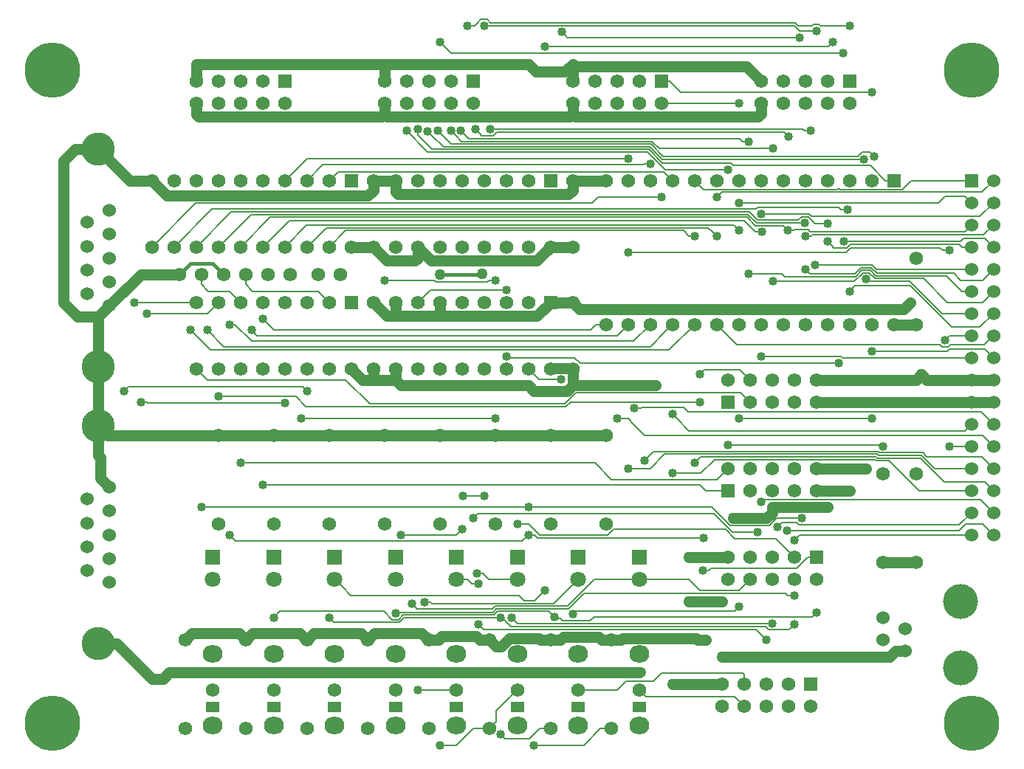
<source format=gbr>
G04 #@! TF.GenerationSoftware,KiCad,Pcbnew,(5.1.0-1546-g4fcfd266e)*
G04 #@! TF.CreationDate,2019-09-02T12:58:35-07:00*
G04 #@! TF.ProjectId,300-1006,3330302d-3130-4303-962e-6b696361645f,rev?*
G04 #@! TF.SameCoordinates,Original*
G04 #@! TF.FileFunction,Copper,L1,Top*
G04 #@! TF.FilePolarity,Positive*
%FSLAX46Y46*%
G04 Gerber Fmt 4.6, Leading zero omitted, Abs format (unit mm)*
G04 Created by KiCad (PCBNEW (5.1.0-1546-g4fcfd266e)) date 2019-09-02 12:58:35*
%MOMM*%
%LPD*%
G04 APERTURE LIST*
%ADD10C,1.574800*%
%ADD11R,1.574800X1.574800*%
%ADD12C,6.350000*%
%ADD13C,1.524000*%
%ADD14R,1.524000X1.524000*%
%ADD15O,2.286000X2.000000*%
%ADD16O,1.574800X1.200000*%
%ADD17R,1.574800X1.200000*%
%ADD18C,4.000000*%
%ADD19C,3.810000*%
%ADD20C,1.800000*%
%ADD21R,1.800000X1.800000*%
%ADD22C,1.016000*%
%ADD23C,1.270000*%
%ADD24C,0.152400*%
%ADD25C,1.270000*%
%ADD26C,0.381000*%
G04 APERTURE END LIST*
D10*
X73660000Y-115570000D03*
X73660000Y-123190000D03*
X100965000Y-154305000D03*
X100965000Y-164465000D03*
X93980000Y-154305000D03*
X93980000Y-164465000D03*
X86995000Y-154305000D03*
X86995000Y-164465000D03*
X80010000Y-154305000D03*
X80010000Y-164465000D03*
X73025000Y-154305000D03*
X73025000Y-164465000D03*
X66040000Y-154305000D03*
X66040000Y-164465000D03*
X59055000Y-154305000D03*
X59055000Y-164465000D03*
X52070000Y-154305000D03*
X52070000Y-164465000D03*
X113665000Y-161925000D03*
X113665000Y-159385000D03*
X116205000Y-161925000D03*
X116205000Y-159385000D03*
X118745000Y-161925000D03*
X118745000Y-159385000D03*
X121285000Y-161925000D03*
X121285000Y-159385000D03*
X123825000Y-161925000D03*
D11*
X123825000Y-159385000D03*
D10*
X114300000Y-147320000D03*
X114300000Y-144780000D03*
X116840000Y-147320000D03*
X116840000Y-144780000D03*
X119380000Y-147320000D03*
X119380000Y-144780000D03*
X121920000Y-147320000D03*
X121920000Y-144780000D03*
X124460000Y-147320000D03*
D11*
X124460000Y-144780000D03*
D10*
X56515000Y-112395000D03*
X59055000Y-112395000D03*
D12*
X36830000Y-163830000D03*
X142240000Y-163830000D03*
X36830000Y-88900000D03*
X142240000Y-88900000D03*
D10*
X135890000Y-110490000D03*
X135890000Y-118110000D03*
X96520000Y-101600000D03*
X96520000Y-109220000D03*
X73660000Y-101600000D03*
X73660000Y-109220000D03*
X96520000Y-115570000D03*
X96520000Y-123190000D03*
D13*
X144780000Y-142240000D03*
X142240000Y-142240000D03*
X144780000Y-139700000D03*
X142240000Y-139700000D03*
X144780000Y-137160000D03*
X142240000Y-137160000D03*
X144780000Y-134620000D03*
X142240000Y-134620000D03*
X144780000Y-132080000D03*
X142240000Y-132080000D03*
X144780000Y-129540000D03*
X142240000Y-129540000D03*
X144780000Y-127000000D03*
X142240000Y-127000000D03*
X144780000Y-124460000D03*
X142240000Y-124460000D03*
X144780000Y-121920000D03*
X142240000Y-121920000D03*
X144780000Y-119380000D03*
X142240000Y-119380000D03*
X144780000Y-116840000D03*
X142240000Y-116840000D03*
X144780000Y-114300000D03*
X142240000Y-114300000D03*
X144780000Y-111760000D03*
X142240000Y-111760000D03*
X144780000Y-109220000D03*
X142240000Y-109220000D03*
X144780000Y-106680000D03*
X142240000Y-106680000D03*
X144780000Y-104140000D03*
X142240000Y-104140000D03*
X144780000Y-101600000D03*
D14*
X142240000Y-101600000D03*
D10*
X100330000Y-101600000D03*
X100330000Y-118110000D03*
X102870000Y-101600000D03*
X102870000Y-118110000D03*
X105410000Y-101600000D03*
X105410000Y-118110000D03*
X107950000Y-101600000D03*
X107950000Y-118110000D03*
X110490000Y-101600000D03*
X110490000Y-118110000D03*
X113030000Y-101600000D03*
X113030000Y-118110000D03*
X115570000Y-101600000D03*
X115570000Y-118110000D03*
X118110000Y-101600000D03*
X118110000Y-118110000D03*
X120650000Y-101600000D03*
X120650000Y-118110000D03*
X123190000Y-101600000D03*
X123190000Y-118110000D03*
X125730000Y-101600000D03*
X125730000Y-118110000D03*
X128270000Y-101600000D03*
X128270000Y-118110000D03*
X130810000Y-101600000D03*
X130810000Y-118110000D03*
D11*
X133350000Y-101600000D03*
D10*
X133350000Y-118110000D03*
X76200000Y-115570000D03*
X76200000Y-123190000D03*
X78740000Y-115570000D03*
X78740000Y-123190000D03*
X81280000Y-115570000D03*
X81280000Y-123190000D03*
X83820000Y-115570000D03*
X83820000Y-123190000D03*
X86360000Y-115570000D03*
X86360000Y-123190000D03*
X88900000Y-115570000D03*
X88900000Y-123190000D03*
X91440000Y-115570000D03*
X91440000Y-123190000D03*
D11*
X93980000Y-115570000D03*
D10*
X93980000Y-123190000D03*
X53340000Y-115570000D03*
X53340000Y-123190000D03*
X55880000Y-115570000D03*
X55880000Y-123190000D03*
X58420000Y-115570000D03*
X58420000Y-123190000D03*
X60960000Y-115570000D03*
X60960000Y-123190000D03*
X63500000Y-115570000D03*
X63500000Y-123190000D03*
X66040000Y-115570000D03*
X66040000Y-123190000D03*
X68580000Y-115570000D03*
X68580000Y-123190000D03*
D11*
X71120000Y-115570000D03*
D10*
X71120000Y-123190000D03*
X76200000Y-101600000D03*
X76200000Y-109220000D03*
X78740000Y-101600000D03*
X78740000Y-109220000D03*
X81280000Y-101600000D03*
X81280000Y-109220000D03*
X83820000Y-101600000D03*
X83820000Y-109220000D03*
X86360000Y-101600000D03*
X86360000Y-109220000D03*
X88900000Y-101600000D03*
X88900000Y-109220000D03*
X91440000Y-101600000D03*
X91440000Y-109220000D03*
D11*
X93980000Y-101600000D03*
D10*
X93980000Y-109220000D03*
X48260000Y-101600000D03*
X48260000Y-109220000D03*
X50800000Y-101600000D03*
X50800000Y-109220000D03*
X53340000Y-101600000D03*
X53340000Y-109220000D03*
X55880000Y-101600000D03*
X55880000Y-109220000D03*
X58420000Y-101600000D03*
X58420000Y-109220000D03*
X60960000Y-101600000D03*
X60960000Y-109220000D03*
X63500000Y-101600000D03*
X63500000Y-109220000D03*
X66040000Y-101600000D03*
X66040000Y-109220000D03*
X68580000Y-101600000D03*
X68580000Y-109220000D03*
D11*
X71120000Y-101600000D03*
D10*
X71120000Y-109220000D03*
D15*
X104140000Y-155905200D03*
X104140000Y-164134800D03*
D16*
X104140000Y-158013400D03*
D10*
X104140000Y-160020000D03*
D17*
X104140000Y-162026600D03*
D15*
X97155000Y-155905200D03*
X97155000Y-164134800D03*
D16*
X97155000Y-158013400D03*
D10*
X97155000Y-160020000D03*
D17*
X97155000Y-162026600D03*
D15*
X90170000Y-155905200D03*
X90170000Y-164134800D03*
D16*
X90170000Y-158013400D03*
D10*
X90170000Y-160020000D03*
D17*
X90170000Y-162026600D03*
D15*
X83185000Y-155905200D03*
X83185000Y-164134800D03*
D16*
X83185000Y-158013400D03*
D10*
X83185000Y-160020000D03*
D17*
X83185000Y-162026600D03*
D15*
X76200000Y-155905200D03*
X76200000Y-164134800D03*
D16*
X76200000Y-158013400D03*
D10*
X76200000Y-160020000D03*
D17*
X76200000Y-162026600D03*
D15*
X69215000Y-155905200D03*
X69215000Y-164134800D03*
D16*
X69215000Y-158013400D03*
D10*
X69215000Y-160020000D03*
D17*
X69215000Y-162026600D03*
D15*
X62230000Y-155905200D03*
X62230000Y-164134800D03*
D16*
X62230000Y-158013400D03*
D10*
X62230000Y-160020000D03*
D17*
X62230000Y-162026600D03*
D15*
X55245000Y-155905200D03*
X55245000Y-164134800D03*
D16*
X55245000Y-158013400D03*
D10*
X55245000Y-160020000D03*
D17*
X55245000Y-162026600D03*
D10*
X100330000Y-130810000D03*
X100330000Y-140970000D03*
X93980000Y-130810000D03*
X93980000Y-140970000D03*
X87630000Y-130810000D03*
X87630000Y-140970000D03*
X81280000Y-130810000D03*
X81280000Y-140970000D03*
X74930000Y-130810000D03*
X74930000Y-140970000D03*
X68580000Y-130810000D03*
X68580000Y-140970000D03*
X62230000Y-130810000D03*
X62230000Y-140970000D03*
X55880000Y-130810000D03*
X55880000Y-140970000D03*
X135890000Y-135255000D03*
X135890000Y-145415000D03*
X132080000Y-135255000D03*
X132080000Y-145415000D03*
X124460000Y-134620000D03*
X124460000Y-137160000D03*
X121920000Y-134620000D03*
X121920000Y-137160000D03*
X119380000Y-134620000D03*
X119380000Y-137160000D03*
X116840000Y-134620000D03*
X116840000Y-137160000D03*
X114300000Y-134620000D03*
D11*
X114300000Y-137160000D03*
D10*
X124460000Y-124460000D03*
X124460000Y-127000000D03*
X121920000Y-124460000D03*
X121920000Y-127000000D03*
X119380000Y-124460000D03*
X119380000Y-127000000D03*
X116840000Y-124460000D03*
X116840000Y-127000000D03*
X114300000Y-124460000D03*
D11*
X114300000Y-127000000D03*
D10*
X118110000Y-92710000D03*
X118110000Y-90170000D03*
X120650000Y-92710000D03*
X120650000Y-90170000D03*
X123190000Y-92710000D03*
X123190000Y-90170000D03*
X125730000Y-92710000D03*
X125730000Y-90170000D03*
X128270000Y-92710000D03*
D11*
X128270000Y-90170000D03*
D10*
X96520000Y-92710000D03*
X96520000Y-90170000D03*
X99060000Y-92710000D03*
X99060000Y-90170000D03*
X101600000Y-92710000D03*
X101600000Y-90170000D03*
X104140000Y-92710000D03*
X104140000Y-90170000D03*
X106680000Y-92710000D03*
D11*
X106680000Y-90170000D03*
D10*
X74930000Y-92710000D03*
X74930000Y-90170000D03*
X77470000Y-92710000D03*
X77470000Y-90170000D03*
X80010000Y-92710000D03*
X80010000Y-90170000D03*
X82550000Y-92710000D03*
X82550000Y-90170000D03*
X85090000Y-92710000D03*
D11*
X85090000Y-90170000D03*
D10*
X53340000Y-92710000D03*
X53340000Y-90170000D03*
X55880000Y-92710000D03*
X55880000Y-90170000D03*
X58420000Y-92710000D03*
X58420000Y-90170000D03*
X60960000Y-92710000D03*
X60960000Y-90170000D03*
X63500000Y-92710000D03*
D11*
X63500000Y-90170000D03*
D13*
X134620000Y-155575000D03*
X132080000Y-154305000D03*
X134620000Y-153035000D03*
X132080000Y-151765000D03*
D18*
X140970000Y-149860000D03*
X140970000Y-157480000D03*
D19*
X42150000Y-129740000D03*
X42150000Y-154740000D03*
D13*
X40880000Y-138130000D03*
X40880000Y-140870000D03*
X40880000Y-143610000D03*
X40880000Y-146350000D03*
X43420000Y-136760000D03*
X43420000Y-139500000D03*
X43420000Y-142240000D03*
X43420000Y-144980000D03*
X43420000Y-147720000D03*
D19*
X42150000Y-97990000D03*
X42150000Y-122990000D03*
D13*
X40880000Y-106380000D03*
X40880000Y-109120000D03*
X40880000Y-111860000D03*
X40880000Y-114600000D03*
X43420000Y-105010000D03*
X43420000Y-107750000D03*
X43420000Y-110490000D03*
X43420000Y-113230000D03*
X43420000Y-115970000D03*
D20*
X104140000Y-147320000D03*
D21*
X104140000Y-144780000D03*
D20*
X97155000Y-147320000D03*
D21*
X97155000Y-144780000D03*
D20*
X90170000Y-147320000D03*
D21*
X90170000Y-144780000D03*
D20*
X83185000Y-147320000D03*
D21*
X83185000Y-144780000D03*
D20*
X76200000Y-147320000D03*
D21*
X76200000Y-144780000D03*
D20*
X69215000Y-147320000D03*
D21*
X69215000Y-144780000D03*
D20*
X62230000Y-147320000D03*
D21*
X62230000Y-144780000D03*
D20*
X55245000Y-147320000D03*
D21*
X55245000Y-144780000D03*
D10*
X61595000Y-112395000D03*
X64135000Y-112395000D03*
X53975000Y-112395000D03*
X51435000Y-112395000D03*
X67310000Y-112395000D03*
X69850000Y-112395000D03*
D22*
X88900000Y-121742197D03*
X118110000Y-121818390D03*
X127000000Y-122555000D03*
X68580000Y-151765000D03*
X85725000Y-152501610D03*
X118745000Y-154305000D03*
X78740000Y-160020000D03*
X81280000Y-166370000D03*
X88289953Y-165112476D03*
X86360000Y-137795000D03*
X92075000Y-166370000D03*
X91440000Y-142240000D03*
D23*
X81280000Y-112395000D03*
D22*
X88900000Y-114122197D03*
X78763970Y-95689388D03*
X79909794Y-95918020D03*
X83718390Y-95884299D03*
X82550237Y-95908903D03*
X81077025Y-95865519D03*
X84455000Y-83820000D03*
X95250000Y-84556610D03*
X122532412Y-85191264D03*
X124460000Y-84455000D03*
X128270000Y-83820000D03*
X127533390Y-86995000D03*
X81280000Y-85725000D03*
X93345000Y-86258390D03*
X126365000Y-85725000D03*
X87051822Y-95706405D03*
X86360000Y-83820000D03*
X52705000Y-118745000D03*
X54610000Y-118745000D03*
X57150000Y-118110000D03*
X59690000Y-118745000D03*
X60960000Y-117475000D03*
X102870000Y-99060000D03*
X105410000Y-99695000D03*
X110490000Y-133985000D03*
X102870000Y-134620000D03*
X139700000Y-132080000D03*
X102870000Y-109855000D03*
X91440000Y-139065000D03*
X106680000Y-103505000D03*
X110490000Y-107950000D03*
X113030000Y-107950000D03*
X115570000Y-107315000D03*
X123825000Y-95885000D03*
X121285000Y-96520000D03*
X121183390Y-107315000D03*
X85344167Y-95732443D03*
X119519013Y-97930156D03*
X77470000Y-95885000D03*
X114300000Y-100330000D03*
X85549422Y-146695037D03*
X85702412Y-147853390D03*
X93345000Y-148590000D03*
X79552124Y-149961610D03*
X62230000Y-151765000D03*
X57150000Y-142240000D03*
X115570000Y-92710000D03*
X116738390Y-97155000D03*
X130810000Y-91440000D03*
X131089391Y-98867875D03*
X129955956Y-99151574D03*
X113030000Y-103505000D03*
X115570000Y-104140000D03*
X128042679Y-104952789D03*
X118110000Y-105410000D03*
X118202632Y-107492834D03*
X125730000Y-106578390D03*
X123190000Y-107950000D03*
X125730000Y-108585000D03*
X127635000Y-108585000D03*
X139700000Y-109626421D03*
X135255000Y-115570000D03*
X124332999Y-111252001D03*
X123190000Y-111760000D03*
X116738390Y-112293390D03*
X119519013Y-113169013D03*
X130175000Y-112928390D03*
X128270000Y-114300000D03*
X130810000Y-121183390D03*
X107950000Y-128371610D03*
X101600000Y-128905000D03*
X66040000Y-125730000D03*
X45085000Y-125730000D03*
X46990000Y-127000000D03*
X46253390Y-115570000D03*
X47726610Y-116840000D03*
X58420000Y-133985000D03*
X107950000Y-135153390D03*
X60960000Y-136525000D03*
X55880000Y-126365000D03*
X63500000Y-127101610D03*
X111125000Y-127000000D03*
X103606610Y-127736610D03*
X111125000Y-123825000D03*
X114300000Y-131952956D03*
X132080000Y-132080000D03*
X115570000Y-128905000D03*
X130810000Y-128905000D03*
X118110000Y-138430000D03*
X121920000Y-142875000D03*
X124460000Y-151130000D03*
X90170000Y-140970000D03*
X85090000Y-140335000D03*
X121920000Y-152501610D03*
X121920000Y-149225000D03*
X74930000Y-113030000D03*
D23*
X86129585Y-112273429D03*
D22*
X87630000Y-113030000D03*
X115570000Y-150495000D03*
X119380000Y-152400000D03*
X89535000Y-151765000D03*
X94423808Y-151663390D03*
X96520000Y-151358579D03*
X83921610Y-137795000D03*
X83820000Y-141605000D03*
X76835000Y-142240000D03*
X78065211Y-150160468D03*
X76200000Y-151231610D03*
X95224590Y-124434087D03*
D23*
X130175000Y-134620000D03*
X113665000Y-156210000D03*
X111760000Y-154305000D03*
X113665000Y-149860000D03*
X109855000Y-149860000D03*
X109855000Y-144780000D03*
D22*
X139242820Y-119946116D03*
D23*
X137795000Y-127000000D03*
X136525000Y-123847909D03*
X125730000Y-139065000D03*
D22*
X122810089Y-140360410D03*
X119984170Y-141358884D03*
X121079837Y-141764717D03*
X117742375Y-141935212D03*
D23*
X114935000Y-140335000D03*
D22*
X111429789Y-146348782D03*
X87630000Y-128905000D03*
X65405000Y-128905000D03*
X53975000Y-139065000D03*
D23*
X106045000Y-125095000D03*
D22*
X104749590Y-133729911D03*
X111546679Y-142588666D03*
X88265000Y-151765000D03*
D23*
X128270000Y-137160000D03*
X128270000Y-127000000D03*
X107950000Y-159385000D03*
X128270000Y-156210000D03*
D22*
X123178294Y-106476788D03*
D24*
X89077803Y-121920000D02*
X88900000Y-121742197D01*
X96753682Y-121920000D02*
X89077803Y-121920000D01*
X107594405Y-121005595D02*
X54965595Y-121005595D01*
X110490000Y-118110000D02*
X107594405Y-121005595D01*
X53212999Y-119252999D02*
X52705000Y-118745000D01*
X54965595Y-121005595D02*
X53212999Y-119252999D01*
X142240000Y-121920000D02*
X127455170Y-121920000D01*
X97388682Y-122555000D02*
X96753682Y-121920000D01*
X127455170Y-121920000D02*
X127353560Y-121818390D01*
X118828420Y-121818390D02*
X118110000Y-121818390D01*
X127353560Y-121818390D02*
X118828420Y-121818390D01*
X127000000Y-122555000D02*
X97388682Y-122555000D01*
D25*
X87782399Y-155092399D02*
X88312022Y-155092399D01*
X89286631Y-154117790D02*
X92679239Y-154117790D01*
X88312022Y-155092399D02*
X89286631Y-154117790D01*
X86995000Y-154305000D02*
X87782399Y-155092399D01*
X92866449Y-154305000D02*
X93980000Y-154305000D01*
X81123551Y-154305000D02*
X81529940Y-153898611D01*
X85881449Y-154305000D02*
X86995000Y-154305000D01*
X81529940Y-153898611D02*
X85475060Y-153898611D01*
X85475060Y-153898611D02*
X85881449Y-154305000D01*
X80010000Y-154305000D02*
X81123551Y-154305000D01*
X92679239Y-154117790D02*
X92866449Y-154305000D01*
D24*
X101600000Y-160020000D02*
X97155000Y-160020000D01*
X102616001Y-159003999D02*
X101600000Y-160020000D01*
X106680000Y-158115000D02*
X105791001Y-159003999D01*
X105791001Y-159003999D02*
X102616001Y-159003999D01*
X116048551Y-158115000D02*
X106680000Y-158115000D01*
X116205000Y-159385000D02*
X116205000Y-158271449D01*
X116205000Y-158271449D02*
X116048551Y-158115000D01*
D25*
X76200000Y-124460000D02*
X76200000Y-123190000D01*
X73660000Y-124460000D02*
X76200000Y-124460000D01*
X73660000Y-124460000D02*
X73660000Y-123190000D01*
D24*
X83185000Y-160020000D02*
X78740000Y-160020000D01*
X86995000Y-164465000D02*
X87782399Y-163677601D01*
X87782399Y-163677601D02*
X87782399Y-162407601D01*
X87782399Y-162407601D02*
X89382601Y-160807399D01*
X89382601Y-160807399D02*
X90170000Y-160020000D01*
X83185000Y-166370000D02*
X85090000Y-164465000D01*
X85090000Y-164465000D02*
X86995000Y-164465000D01*
X81280000Y-166370000D02*
X83185000Y-166370000D01*
X91554525Y-165620475D02*
X92710000Y-164465000D01*
X92710000Y-164465000D02*
X93980000Y-164465000D01*
X88289953Y-165112476D02*
X88797952Y-165620475D01*
X88797952Y-165620475D02*
X91554525Y-165620475D01*
X99695000Y-164465000D02*
X100965000Y-164465000D01*
X97790000Y-166370000D02*
X99695000Y-164465000D01*
X92075000Y-166370000D02*
X97790000Y-166370000D01*
X93345000Y-148590000D02*
X92161835Y-149773165D01*
X71090972Y-149195972D02*
X70114999Y-148219999D01*
X70114999Y-148219999D02*
X69215000Y-147320000D01*
X92161835Y-149773165D02*
X90984820Y-149773166D01*
X90407626Y-149195972D02*
X71090972Y-149195972D01*
X90984820Y-149773166D02*
X90407626Y-149195972D01*
D25*
X80975199Y-117144801D02*
X92405199Y-117144801D01*
X76504801Y-117144801D02*
X80975199Y-117144801D01*
X81280000Y-115570000D02*
X81280000Y-116840000D01*
X81280000Y-116840000D02*
X80975199Y-117144801D01*
D24*
X80187803Y-114122197D02*
X88900000Y-114122197D01*
X78740000Y-115570000D02*
X80187803Y-114122197D01*
X116738390Y-97155000D02*
X116019970Y-97155000D01*
X81585024Y-96373518D02*
X81077025Y-95865519D01*
X105507338Y-97408965D02*
X82620471Y-97408965D01*
X81705550Y-97713776D02*
X80417793Y-96426019D01*
X106459595Y-97930156D02*
X105633593Y-97104154D01*
X84633434Y-96799343D02*
X84226389Y-96392298D01*
X105633593Y-97104154D02*
X83745488Y-97104154D01*
X80417793Y-96426019D02*
X79909794Y-95918020D01*
X83745488Y-97104154D02*
X83058236Y-96416902D01*
X130698376Y-99888176D02*
X114948348Y-99888176D01*
X114653570Y-99593398D02*
X106829637Y-99593398D01*
X129955956Y-99151574D02*
X106818880Y-99151574D01*
X105254826Y-98018587D02*
X80374749Y-98018587D01*
X131089391Y-98867875D02*
X130581392Y-98359876D01*
X78763970Y-96407808D02*
X78763970Y-95689388D01*
X129259964Y-98805842D02*
X106904215Y-98805842D01*
X132410200Y-101600000D02*
X130698376Y-99888176D01*
X119519013Y-97930156D02*
X106459595Y-97930156D01*
X133350000Y-101600000D02*
X132410200Y-101600000D01*
X106818880Y-99151574D02*
X105381082Y-97713776D01*
X105381082Y-97713776D02*
X81705550Y-97713776D01*
X114948348Y-99888176D02*
X114653570Y-99593398D01*
X106904215Y-98805842D02*
X105507338Y-97408965D01*
X83058236Y-96416902D02*
X82550237Y-95908903D01*
X130581392Y-98359876D02*
X129705930Y-98359876D01*
X116019970Y-97155000D02*
X115664313Y-96799343D01*
X84226389Y-96392298D02*
X83718390Y-95884299D01*
X80374749Y-98018587D02*
X78763970Y-96407808D01*
X115664313Y-96799343D02*
X84633434Y-96799343D01*
X106829637Y-99593398D02*
X105254826Y-98018587D01*
X129705930Y-98359876D02*
X129259964Y-98805842D01*
X82620471Y-97408965D02*
X81585024Y-96373518D01*
X85269830Y-83820000D02*
X84455000Y-83820000D01*
X85623399Y-83466431D02*
X85269830Y-83820000D01*
X124813569Y-83718399D02*
X124106431Y-83718399D01*
X124004830Y-83820000D02*
X122351066Y-83820000D01*
X86713569Y-83083399D02*
X86006431Y-83083399D01*
X128270000Y-83820000D02*
X124915170Y-83820000D01*
X122351066Y-83820000D02*
X122046256Y-83515190D01*
X124106431Y-83718399D02*
X124004830Y-83820000D01*
X124915170Y-83820000D02*
X124813569Y-83718399D01*
X122046256Y-83515190D02*
X87096601Y-83515190D01*
X87096601Y-83515190D02*
X87096601Y-83466431D01*
X87096601Y-83466431D02*
X86713569Y-83083399D01*
X86006431Y-83083399D02*
X85623399Y-83466431D01*
X122532412Y-85191264D02*
X95884654Y-85191264D01*
X95884654Y-85191264D02*
X95757999Y-85064609D01*
X95757999Y-85064609D02*
X95250000Y-84556610D01*
X121920000Y-83820000D02*
X86360000Y-83820000D01*
X122555000Y-84455000D02*
X121920000Y-83820000D01*
X124460000Y-84455000D02*
X122555000Y-84455000D01*
X82550000Y-86995000D02*
X126814970Y-86995000D01*
X126814970Y-86995000D02*
X127533390Y-86995000D01*
X81280000Y-85725000D02*
X82550000Y-86995000D01*
D25*
X117322601Y-89382601D02*
X118110000Y-90170000D01*
X96748610Y-88493610D02*
X116433610Y-88493610D01*
X96520000Y-88265000D02*
X96748610Y-88493610D01*
X74930000Y-88265000D02*
X91488670Y-88265000D01*
X91488670Y-88265000D02*
X92352280Y-89128610D01*
X95656390Y-89128610D02*
X96520000Y-88265000D01*
X92352280Y-89128610D02*
X95656390Y-89128610D01*
D24*
X94063420Y-86258390D02*
X93345000Y-86258390D01*
X126365000Y-85725000D02*
X125831610Y-86258390D01*
X125831610Y-86258390D02*
X94063420Y-86258390D01*
D25*
X116433610Y-88493610D02*
X117322601Y-89382601D01*
D24*
X87836396Y-96012001D02*
X87405391Y-96443006D01*
X86054730Y-96443006D02*
X85852166Y-96240442D01*
X87770242Y-95706405D02*
X87051822Y-95706405D01*
X122927985Y-95706405D02*
X87770242Y-95706405D01*
X123825000Y-95885000D02*
X123106580Y-95885000D01*
X123106580Y-95885000D02*
X122927985Y-95706405D01*
X85852166Y-96240442D02*
X85344167Y-95732443D01*
X87405391Y-96443006D02*
X86054730Y-96443006D01*
X121285000Y-96520000D02*
X120777001Y-96012001D01*
X120777001Y-96012001D02*
X87836396Y-96012001D01*
X56515000Y-120650000D02*
X54610000Y-118745000D01*
X105410000Y-120650000D02*
X56515000Y-120650000D01*
X107162601Y-118897399D02*
X105410000Y-120650000D01*
X107950000Y-118110000D02*
X107162601Y-118897399D01*
X57785000Y-118110000D02*
X57150000Y-118110000D01*
X59690000Y-120015000D02*
X57785000Y-118110000D01*
X103505000Y-120015000D02*
X59690000Y-120015000D01*
X105410000Y-118110000D02*
X103505000Y-120015000D01*
X60325000Y-119380000D02*
X59690000Y-118745000D01*
X97790000Y-119380000D02*
X60325000Y-119380000D01*
X101600000Y-119380000D02*
X97790000Y-119380000D01*
X102870000Y-118110000D02*
X101600000Y-119380000D01*
X62230000Y-118745000D02*
X60960000Y-117475000D01*
X98581449Y-118745000D02*
X62230000Y-118745000D01*
X100330000Y-118110000D02*
X99216449Y-118110000D01*
X99216449Y-118110000D02*
X98581449Y-118745000D01*
X77470000Y-95885000D02*
X79908398Y-98323398D01*
X105128570Y-98323398D02*
X107135172Y-100330000D01*
X107135172Y-100330000D02*
X113581580Y-100330000D01*
X66040000Y-101600000D02*
X67843398Y-99796602D01*
X79908398Y-98323398D02*
X105128570Y-98323398D01*
X67843398Y-99796602D02*
X104589978Y-99796602D01*
X104691580Y-99695000D02*
X105410000Y-99695000D01*
X66040000Y-99060000D02*
X102870000Y-99060000D01*
X104589978Y-99796602D02*
X104691580Y-99695000D01*
X113581580Y-100330000D02*
X114300000Y-100330000D01*
X63500000Y-101600000D02*
X66040000Y-99060000D01*
X68580000Y-101600000D02*
X69596001Y-100583999D01*
X69596001Y-100583999D02*
X106933999Y-100583999D01*
X106933999Y-100583999D02*
X107162601Y-100812601D01*
X107162601Y-100812601D02*
X107950000Y-101600000D01*
D25*
X144780000Y-124460000D02*
X142240000Y-124460000D01*
X144780000Y-127000000D02*
X142240000Y-127000000D01*
D24*
X139700000Y-132080000D02*
X142240000Y-132080000D01*
D25*
X75234801Y-117144801D02*
X76504801Y-117144801D01*
X76200000Y-115570000D02*
X76200000Y-116840000D01*
X76200000Y-116840000D02*
X76504801Y-117144801D01*
D24*
X99421466Y-103505000D02*
X105961580Y-103505000D01*
X48260000Y-109220000D02*
X53289242Y-104190758D01*
X105961580Y-103505000D02*
X106680000Y-103505000D01*
X98735708Y-104190758D02*
X99421466Y-103505000D01*
X53289242Y-104190758D02*
X98735708Y-104190758D01*
X109855000Y-107950000D02*
X110490000Y-107950000D01*
X109220000Y-107315000D02*
X109855000Y-107950000D01*
X66014622Y-106705378D02*
X114960378Y-106705378D01*
X114960378Y-106705378D02*
X115062001Y-106807001D01*
X63500000Y-109220000D02*
X66014622Y-106705378D01*
X112522001Y-107442001D02*
X113030000Y-107950000D01*
X115062001Y-106807001D02*
X115570000Y-107315000D01*
X112090189Y-107010189D02*
X112522001Y-107442001D01*
X68249811Y-107010189D02*
X112090189Y-107010189D01*
X66040000Y-109220000D02*
X68249811Y-107010189D01*
X70485000Y-107315000D02*
X109220000Y-107315000D01*
X68580000Y-109220000D02*
X70485000Y-107315000D01*
D25*
X49987147Y-103327147D02*
X73046404Y-103327147D01*
X73046404Y-103327147D02*
X73660000Y-102713551D01*
X48260000Y-101600000D02*
X49987147Y-103327147D01*
X73660000Y-102713551D02*
X73660000Y-101600000D01*
X73660000Y-101600000D02*
X76200000Y-101600000D01*
X76200000Y-101600000D02*
X76200000Y-102870000D01*
X96520000Y-102713551D02*
X96520000Y-101600000D01*
X96058750Y-103174801D02*
X96520000Y-102713551D01*
X76504801Y-103174801D02*
X96058750Y-103174801D01*
X76200000Y-102870000D02*
X76504801Y-103174801D01*
X96520000Y-101600000D02*
X100330000Y-101600000D01*
X133350000Y-118110000D02*
X135890000Y-118110000D01*
X92405199Y-117144801D02*
X93980000Y-115570000D01*
X73660000Y-115570000D02*
X75234801Y-117144801D01*
X93980000Y-115570000D02*
X96520000Y-115570000D01*
X71120000Y-109220000D02*
X73660000Y-109220000D01*
X75234801Y-110794801D02*
X78435199Y-110794801D01*
X73660000Y-109220000D02*
X75234801Y-110794801D01*
X78740000Y-110490000D02*
X78740000Y-109220000D01*
X78435199Y-110794801D02*
X78740000Y-110490000D01*
X93192601Y-110007399D02*
X93980000Y-109220000D01*
X92405199Y-110794801D02*
X93192601Y-110007399D01*
X80314801Y-110794801D02*
X92405199Y-110794801D01*
X78740000Y-109220000D02*
X80314801Y-110794801D01*
X93980000Y-109220000D02*
X96520000Y-109220000D01*
X55880000Y-130810000D02*
X62230000Y-130810000D01*
X62230000Y-130810000D02*
X68580000Y-130810000D01*
X68580000Y-130810000D02*
X74930000Y-130810000D01*
X74930000Y-130810000D02*
X81280000Y-130810000D01*
X81280000Y-130810000D02*
X87630000Y-130810000D01*
X87630000Y-130810000D02*
X93980000Y-130810000D01*
X93980000Y-130810000D02*
X100330000Y-130810000D01*
X58267601Y-153517601D02*
X59055000Y-154305000D01*
X52857399Y-153517601D02*
X58267601Y-153517601D01*
X52070000Y-154305000D02*
X52857399Y-153517601D01*
X65252601Y-153517601D02*
X66040000Y-154305000D01*
X59842399Y-153517601D02*
X65252601Y-153517601D01*
X59055000Y-154305000D02*
X59842399Y-153517601D01*
X72237601Y-153517601D02*
X73025000Y-154305000D01*
X66827399Y-153517601D02*
X72237601Y-153517601D01*
X66040000Y-154305000D02*
X66827399Y-153517601D01*
X79222601Y-153517601D02*
X80010000Y-154305000D01*
X73812399Y-153517601D02*
X79222601Y-153517601D01*
X73025000Y-154305000D02*
X73812399Y-153517601D01*
X55245000Y-158013400D02*
X62230000Y-158013400D01*
X62230000Y-158013400D02*
X69215000Y-158013400D01*
X69215000Y-158013400D02*
X76200000Y-158013400D01*
X76200000Y-158013400D02*
X83185000Y-158013400D01*
X83185000Y-158013400D02*
X90170000Y-158013400D01*
X90170000Y-158013400D02*
X97155000Y-158013400D01*
X97155000Y-158013400D02*
X104140000Y-158013400D01*
X42150000Y-154740000D02*
X44250000Y-154740000D01*
X44250000Y-154740000D02*
X48260000Y-158750000D01*
X48260000Y-158750000D02*
X49530000Y-158750000D01*
X50266600Y-158013400D02*
X55245000Y-158013400D01*
X49530000Y-158750000D02*
X50266600Y-158013400D01*
X42150000Y-129740000D02*
X42150000Y-133110000D01*
X42150000Y-133110000D02*
X42390000Y-133350000D01*
X42390000Y-135730000D02*
X43420000Y-136760000D01*
X42390000Y-133350000D02*
X42390000Y-135730000D01*
X42150000Y-129740000D02*
X42150000Y-122990000D01*
X42150000Y-117240000D02*
X43420000Y-115970000D01*
X42150000Y-122990000D02*
X42150000Y-117240000D01*
X132080000Y-145415000D02*
X135890000Y-145415000D01*
X74930000Y-90170000D02*
X74930000Y-88265000D01*
X74930000Y-88265000D02*
X53340000Y-88265000D01*
X53340000Y-88265000D02*
X53340000Y-90170000D01*
X53340000Y-92710000D02*
X53340000Y-93980000D01*
X53644801Y-94284801D02*
X74599801Y-94284801D01*
X53340000Y-93980000D02*
X53644801Y-94284801D01*
X74930000Y-93954602D02*
X74599801Y-94284801D01*
X74930000Y-92710000D02*
X74930000Y-93954602D01*
X74930000Y-93954602D02*
X74930000Y-93980000D01*
X75234801Y-94284801D02*
X96189801Y-94284801D01*
X74930000Y-93980000D02*
X75234801Y-94284801D01*
X96520000Y-93954602D02*
X96520000Y-92710000D01*
X96189801Y-94284801D02*
X96520000Y-93954602D01*
X96520000Y-88265000D02*
X96520000Y-90170000D01*
X96850199Y-94284801D02*
X117779801Y-94284801D01*
X96520000Y-93954602D02*
X96850199Y-94284801D01*
X118110000Y-93954602D02*
X118110000Y-92710000D01*
X117779801Y-94284801D02*
X118110000Y-93954602D01*
D24*
X83185000Y-147320000D02*
X84457792Y-147320000D01*
X86267842Y-146695037D02*
X85549422Y-146695037D01*
X84457792Y-147320000D02*
X84991182Y-147853390D01*
X90170000Y-147320000D02*
X86892805Y-147320000D01*
X86892805Y-147320000D02*
X86267842Y-146695037D01*
X84991182Y-147853390D02*
X85702412Y-147853390D01*
X59055000Y-113508551D02*
X59846449Y-114300000D01*
X59055000Y-112395000D02*
X59055000Y-113508551D01*
X67310000Y-114300000D02*
X68580000Y-115570000D01*
X59846449Y-114300000D02*
X67310000Y-114300000D01*
X53975000Y-113508551D02*
X54766449Y-114300000D01*
X53975000Y-112395000D02*
X53975000Y-113508551D01*
X54766449Y-114300000D02*
X57150000Y-114300000D01*
X57150000Y-114300000D02*
X58420000Y-115570000D01*
X106680000Y-92710000D02*
X115570000Y-92710000D01*
X108889800Y-91440000D02*
X130810000Y-91440000D01*
X106680000Y-90170000D02*
X107619800Y-90170000D01*
X107619800Y-90170000D02*
X108889800Y-91440000D01*
X142240000Y-101600000D02*
X135336282Y-101600000D01*
X135336282Y-101600000D02*
X134320281Y-102616001D01*
X127126257Y-102565191D02*
X126873743Y-102565191D01*
X126822933Y-102616001D02*
X111506001Y-102616001D01*
X111277399Y-102387399D02*
X110490000Y-101600000D01*
X111506001Y-102616001D02*
X111277399Y-102387399D01*
X126873743Y-102565191D02*
X126822933Y-102616001D01*
X127177067Y-102616001D02*
X127126257Y-102565191D01*
X134320281Y-102616001D02*
X127177067Y-102616001D01*
X141478001Y-103378001D02*
X139191999Y-103378001D01*
X142240000Y-104140000D02*
X141478001Y-103378001D01*
X138430000Y-104140000D02*
X115570000Y-104140000D01*
X113537999Y-102997001D02*
X113030000Y-103505000D01*
X113614188Y-102920812D02*
X113537999Y-102997001D01*
X139191999Y-103378001D02*
X138430000Y-104140000D01*
X144780000Y-101600000D02*
X143459188Y-102920812D01*
X143459188Y-102920812D02*
X113614188Y-102920812D01*
X120624614Y-106756224D02*
X120675391Y-106807001D01*
X120675391Y-106807001D02*
X121183390Y-107315000D01*
X58420000Y-109220000D02*
X61848965Y-105791035D01*
X117503918Y-106756224D02*
X120624614Y-106756224D01*
X50800000Y-109220000D02*
X55143398Y-104876602D01*
X117484212Y-107492834D02*
X118202632Y-107492834D01*
X127044868Y-104673398D02*
X127324259Y-104952789D01*
X116538729Y-105791035D02*
X117503918Y-106756224D01*
X127324259Y-104952789D02*
X128042679Y-104952789D01*
X117756430Y-104673398D02*
X127044868Y-104673398D01*
X117553226Y-104876602D02*
X117756430Y-104673398D01*
X55143398Y-104876602D02*
X117553226Y-104876602D01*
X116163379Y-106172001D02*
X117484212Y-107492834D01*
X61848965Y-105791035D02*
X116538729Y-105791035D01*
X60960000Y-109220000D02*
X64007999Y-106172001D01*
X64007999Y-106172001D02*
X116163379Y-106172001D01*
X123531863Y-105740187D02*
X124370066Y-106578390D01*
X142240000Y-106680000D02*
X141478001Y-107441999D01*
X141478001Y-107441999D02*
X123772171Y-107441999D01*
X123772171Y-107441999D02*
X123543570Y-107213398D01*
X123543570Y-107213398D02*
X122003412Y-107213398D01*
X122003412Y-107213398D02*
X121901810Y-107315000D01*
X121901810Y-107315000D02*
X121183390Y-107315000D01*
X55880000Y-109220000D02*
X59613776Y-105486224D01*
X116664985Y-105486224D02*
X117630174Y-106451413D01*
X117630174Y-106451413D02*
X122434499Y-106451413D01*
X125011580Y-106578390D02*
X125730000Y-106578390D01*
X144780000Y-104140000D02*
X143230601Y-105689399D01*
X117756430Y-106146602D02*
X122418310Y-106146602D01*
X57378587Y-105181413D02*
X116791241Y-105181413D01*
X59613776Y-105486224D02*
X116664985Y-105486224D01*
X118828420Y-105410000D02*
X118110000Y-105410000D01*
X143230601Y-105689399D02*
X123912141Y-105689399D01*
X123632742Y-105410000D02*
X118828420Y-105410000D01*
X124370066Y-106578390D02*
X125011580Y-106578390D01*
X122459874Y-106476788D02*
X123178294Y-106476788D01*
X122824725Y-105740187D02*
X123531863Y-105740187D01*
X122418310Y-106146602D02*
X122824725Y-105740187D01*
X116791241Y-105181413D02*
X117756430Y-106146602D01*
X123912141Y-105689399D02*
X123632742Y-105410000D01*
X53340000Y-109220000D02*
X57378587Y-105181413D01*
X122434499Y-106451413D02*
X122459874Y-106476788D01*
X144780000Y-106680000D02*
X143611602Y-107848398D01*
X124010022Y-107848398D02*
X123908420Y-107950000D01*
X123908420Y-107950000D02*
X123190000Y-107950000D01*
X143611602Y-107848398D02*
X124010022Y-107848398D01*
X143789399Y-108229399D02*
X141325601Y-108229399D01*
X144780000Y-109220000D02*
X143789399Y-108229399D01*
X126237999Y-109092999D02*
X125730000Y-108585000D01*
X140970000Y-108585000D02*
X127635000Y-108585000D01*
X102870000Y-109855000D02*
X127886238Y-109855000D01*
X138981580Y-109626421D02*
X139700000Y-109626421D01*
X127886238Y-109855000D02*
X128419628Y-109321610D01*
X140832181Y-108889811D02*
X128420361Y-108889811D01*
X138676769Y-109321610D02*
X138981580Y-109626421D01*
X128419628Y-109321610D02*
X138676769Y-109321610D01*
X126466602Y-109321602D02*
X126237999Y-109092999D01*
X141162370Y-109220000D02*
X140832181Y-108889811D01*
X127988570Y-109321602D02*
X126466602Y-109321602D01*
X128420361Y-108889811D02*
X127988570Y-109321602D01*
X142240000Y-109220000D02*
X141162370Y-109220000D01*
X141325601Y-108229399D02*
X140970000Y-108585000D01*
X143230601Y-118389399D02*
X139979399Y-118389399D01*
X144780000Y-116840000D02*
X143230601Y-118389399D01*
D25*
X134747001Y-116077999D02*
X135255000Y-115570000D01*
X134467601Y-116357399D02*
X134747001Y-116077999D01*
X97307399Y-116357399D02*
X134467601Y-116357399D01*
D24*
X123697999Y-112267999D02*
X123190000Y-111760000D01*
X142240000Y-114300000D02*
X141162370Y-114300000D01*
X139979399Y-118389399D02*
X135255000Y-113665000D01*
D25*
X96520000Y-115570000D02*
X97307399Y-116357399D01*
D24*
X139384335Y-112521965D02*
X131289814Y-112521965D01*
X120878587Y-112623587D02*
X120548390Y-112293390D01*
X130881983Y-111252001D02*
X125051419Y-111252001D01*
X130528570Y-112191788D02*
X129821430Y-112191788D01*
X128958564Y-112623587D02*
X120878587Y-112623587D01*
X129695174Y-111886977D02*
X128958564Y-112623587D01*
X125051419Y-111252001D02*
X124332999Y-111252001D01*
X120548390Y-112293390D02*
X117456810Y-112293390D01*
X141020064Y-113030000D02*
X140207218Y-112217154D01*
X131163558Y-112826776D02*
X130528570Y-112191788D01*
X117456810Y-112293390D02*
X116738390Y-112293390D01*
X144780000Y-111760000D02*
X143510000Y-113030000D01*
X136752842Y-112826776D02*
X131163558Y-112826776D01*
X142240000Y-116840000D02*
X138861067Y-116840000D01*
X143510000Y-113030000D02*
X141020064Y-113030000D01*
X138861067Y-116840000D02*
X135152654Y-113131587D01*
X142240000Y-111760000D02*
X131389982Y-111760000D01*
X135152654Y-113131587D02*
X130378197Y-113131587D01*
X130654826Y-111886977D02*
X129695174Y-111886977D01*
X128883085Y-112267999D02*
X123697999Y-112267999D01*
X129568918Y-111582166D02*
X128883085Y-112267999D01*
X131416070Y-112217154D02*
X130781082Y-111582166D01*
X140207218Y-112217154D02*
X131416070Y-112217154D01*
X135255000Y-113665000D02*
X128905000Y-113665000D01*
X131289814Y-112521965D02*
X130654826Y-111886977D01*
X120237433Y-113169013D02*
X119519013Y-113169013D01*
X144780000Y-114300000D02*
X143510000Y-115570000D01*
X128844205Y-113169013D02*
X120237433Y-113169013D01*
X130781082Y-111582166D02*
X129568918Y-111582166D01*
X129821430Y-112191788D02*
X128844205Y-113169013D01*
X139496066Y-115570000D02*
X136752842Y-112826776D01*
X128905000Y-113665000D02*
X128270000Y-114300000D01*
X143510000Y-115570000D02*
X139496066Y-115570000D01*
X131389982Y-111760000D02*
X130881983Y-111252001D01*
X141162370Y-114300000D02*
X139384335Y-112521965D01*
X130378197Y-113131587D02*
X130175000Y-112928390D01*
X144780000Y-132080000D02*
X143510000Y-130810000D01*
X143510000Y-130810000D02*
X104775000Y-130810000D01*
X104775000Y-130810000D02*
X103505000Y-129540000D01*
X103505000Y-129540000D02*
X102870000Y-128905000D01*
X102870000Y-128905000D02*
X101600000Y-128905000D01*
D25*
X45760000Y-101600000D02*
X42150000Y-97990000D01*
X48260000Y-101600000D02*
X45760000Y-101600000D01*
D24*
X54610000Y-116840000D02*
X48445030Y-116840000D01*
X55880000Y-115570000D02*
X54610000Y-116840000D01*
X48445030Y-116840000D02*
X47726610Y-116840000D01*
X53340000Y-115570000D02*
X46253390Y-115570000D01*
D25*
X46995000Y-112395000D02*
X43420000Y-115970000D01*
X51435000Y-112395000D02*
X46995000Y-112395000D01*
D26*
X51435000Y-112395000D02*
X52705000Y-111125000D01*
X55245000Y-111125000D02*
X56515000Y-112395000D01*
X52705000Y-111125000D02*
X55245000Y-111125000D01*
D25*
X39770000Y-117240000D02*
X42150000Y-117240000D01*
X38100000Y-115570000D02*
X39770000Y-117240000D01*
X38100000Y-99345924D02*
X38100000Y-115570000D01*
X42150000Y-97990000D02*
X39455924Y-97990000D01*
X39455924Y-97990000D02*
X38100000Y-99345924D01*
X43220000Y-130810000D02*
X42150000Y-129740000D01*
X55880000Y-130810000D02*
X43220000Y-130810000D01*
D24*
X58420000Y-133985000D02*
X99060000Y-133985000D01*
X99060000Y-133985000D02*
X100965000Y-135890000D01*
X113030000Y-135890000D02*
X114300000Y-134620000D01*
X100965000Y-135890000D02*
X113030000Y-135890000D01*
X60960000Y-136525000D02*
X111125000Y-136525000D01*
X111760000Y-137160000D02*
X114300000Y-137160000D01*
X111125000Y-136525000D02*
X111760000Y-137160000D01*
D25*
X72390000Y-124460000D02*
X73660000Y-124460000D01*
X71120000Y-123190000D02*
X72390000Y-124460000D01*
D24*
X45592999Y-125222001D02*
X45085000Y-125730000D01*
X65532001Y-125222001D02*
X45592999Y-125222001D01*
X66040000Y-125730000D02*
X65532001Y-125222001D01*
X47810030Y-127101610D02*
X62781580Y-127101610D01*
X62781580Y-127101610D02*
X63500000Y-127101610D01*
X47708420Y-127000000D02*
X47810030Y-127101610D01*
X46990000Y-127000000D02*
X47708420Y-127000000D01*
X116052601Y-123672601D02*
X116840000Y-124460000D01*
X115697001Y-123317001D02*
X116052601Y-123672601D01*
X111632999Y-123317001D02*
X115697001Y-123317001D01*
X111125000Y-123825000D02*
X111632999Y-123317001D01*
X131220626Y-133603999D02*
X112776001Y-133603999D01*
X131347662Y-133731035D02*
X131220626Y-133603999D01*
X136523545Y-133121413D02*
X131600174Y-133121413D01*
X138022132Y-134620000D02*
X136523545Y-133121413D01*
X131600174Y-133121413D02*
X131473138Y-132994377D01*
X131473138Y-132994377D02*
X107035623Y-132994377D01*
X107035623Y-132994377D02*
X105410000Y-134620000D01*
X110997999Y-133477001D02*
X110490000Y-133985000D01*
X142240000Y-134620000D02*
X138022132Y-134620000D01*
X142240000Y-137160000D02*
X136241303Y-137160000D01*
X103588420Y-134620000D02*
X102870000Y-134620000D01*
X114300000Y-131952956D02*
X131952956Y-131952956D01*
X136241303Y-137160000D02*
X132812338Y-133731035D01*
X136397290Y-133426224D02*
X131473918Y-133426224D01*
X132812338Y-133731035D02*
X131347662Y-133731035D01*
X112776001Y-133603999D02*
X111226610Y-135153390D01*
X105410000Y-134620000D02*
X103588420Y-134620000D01*
X108668420Y-135153390D02*
X107950000Y-135153390D01*
X111175812Y-133299188D02*
X110997999Y-133477001D01*
X144780000Y-137160000D02*
X143789399Y-136169399D01*
X111226610Y-135153390D02*
X108668420Y-135153390D01*
X131346882Y-133299188D02*
X111175812Y-133299188D01*
X131952956Y-131952956D02*
X132080000Y-132080000D01*
X131473918Y-133426224D02*
X131346882Y-133299188D01*
X139140465Y-136169399D02*
X136397290Y-133426224D01*
X143789399Y-136169399D02*
X139140465Y-136169399D01*
X144780000Y-129540000D02*
X143408399Y-128168399D01*
X143408399Y-128168399D02*
X109753399Y-128168399D01*
X109753399Y-128168399D02*
X109220000Y-127635000D01*
X109220000Y-127635000D02*
X104426640Y-127635000D01*
X109880389Y-130301999D02*
X108457999Y-128879609D01*
X108457999Y-128879609D02*
X107950000Y-128371610D01*
X141478001Y-130301999D02*
X109880389Y-130301999D01*
X142240000Y-129540000D02*
X141478001Y-130301999D01*
X104325030Y-127736610D02*
X103606610Y-127736610D01*
X104426640Y-127635000D02*
X104325030Y-127736610D01*
X115570000Y-128905000D02*
X130810000Y-128905000D01*
X142240000Y-142240000D02*
X122555000Y-142240000D01*
X122555000Y-142240000D02*
X121920000Y-142875000D01*
X87003130Y-113030000D02*
X87630000Y-113030000D01*
X86774529Y-113258601D02*
X87003130Y-113030000D01*
X80865471Y-113258601D02*
X86774529Y-113258601D01*
X74930000Y-113030000D02*
X80636870Y-113030000D01*
X80636870Y-113030000D02*
X80865471Y-113258601D01*
D26*
X86008014Y-112395000D02*
X86129585Y-112273429D01*
X81280000Y-112395000D02*
X86008014Y-112395000D01*
D24*
X86334614Y-153111224D02*
X86232999Y-153009609D01*
D25*
X93980000Y-154305000D02*
X95093551Y-154305000D01*
X99521284Y-153974835D02*
X99851449Y-154305000D01*
X95423716Y-153974835D02*
X99521284Y-153974835D01*
X95093551Y-154305000D02*
X95423716Y-153974835D01*
D24*
X86232999Y-153009609D02*
X85725000Y-152501610D01*
X117551224Y-153111224D02*
X86334614Y-153111224D01*
X118745000Y-154305000D02*
X117551224Y-153111224D01*
D25*
X99851449Y-154305000D02*
X100965000Y-154305000D01*
D24*
X119380000Y-152400000D02*
X90170000Y-152400000D01*
X94423808Y-151866610D02*
X94423808Y-151663390D01*
X124460000Y-151130000D02*
X123952001Y-151637999D01*
X123952001Y-151637999D02*
X98983067Y-151637999D01*
X98983067Y-151637999D02*
X98525877Y-152095189D01*
X98525877Y-152095189D02*
X95370807Y-152095189D01*
X95370807Y-152095189D02*
X95142228Y-151866610D01*
X95142228Y-151866610D02*
X94423808Y-151866610D01*
X90170000Y-152400000D02*
X89535000Y-151765000D01*
X80422899Y-150113965D02*
X80270544Y-149961610D01*
X80270544Y-149961610D02*
X79552124Y-149961610D01*
X97155000Y-147320000D02*
X94361035Y-150113965D01*
X94361035Y-150113965D02*
X80422899Y-150113965D01*
X116840000Y-147320000D02*
X115570000Y-148590000D01*
X115570000Y-148590000D02*
X111125000Y-148590000D01*
X111125000Y-148590000D02*
X109855000Y-147320000D01*
X109855000Y-147320000D02*
X104140000Y-147320000D01*
X86360000Y-137795000D02*
X83921610Y-137795000D01*
X83820000Y-141605000D02*
X83185000Y-142240000D01*
X83185000Y-142240000D02*
X76835000Y-142240000D01*
X91440000Y-142240000D02*
X90703398Y-142976602D01*
X90703398Y-142976602D02*
X57886602Y-142976602D01*
X57657999Y-142747999D02*
X57150000Y-142240000D01*
X57886602Y-142976602D02*
X57657999Y-142747999D01*
X77187847Y-151765000D02*
X88444828Y-151765000D01*
X88444828Y-151765000D02*
X89486241Y-152806413D01*
X118696243Y-152806413D02*
X119026431Y-153136601D01*
X76679825Y-152273022D02*
X77187847Y-151765000D01*
X89486241Y-152806413D02*
X118696243Y-152806413D01*
X68580000Y-151765000D02*
X69088022Y-152273022D01*
X69088022Y-152273022D02*
X76679825Y-152273022D01*
X121285009Y-153136601D02*
X121412001Y-153009609D01*
X121412001Y-153009609D02*
X121920000Y-152501610D01*
X119026431Y-153136601D02*
X121285009Y-153136601D01*
D25*
X76200000Y-124460000D02*
X76835000Y-125095000D01*
X76835000Y-125095000D02*
X91440000Y-125095000D01*
X91440000Y-125095000D02*
X92075000Y-125730000D01*
D24*
X53340000Y-123190000D02*
X54610000Y-124460000D01*
X96267397Y-127000000D02*
X110406580Y-127000000D01*
X54610000Y-124460000D02*
X70485000Y-124460000D01*
X96877719Y-125958611D02*
X115798611Y-125958611D01*
X73253611Y-127228611D02*
X95607719Y-127228611D01*
X110406580Y-127000000D02*
X111125000Y-127000000D01*
X116052601Y-126212601D02*
X116840000Y-127000000D01*
X95733975Y-127533422D02*
X96267397Y-127000000D01*
X70485000Y-124460000D02*
X73253611Y-127228611D01*
X55880000Y-126365000D02*
X64770000Y-126365000D01*
X64770000Y-126365000D02*
X65938422Y-127533422D01*
X65938422Y-127533422D02*
X95733975Y-127533422D01*
X115798611Y-125958611D02*
X116052601Y-126212601D01*
X95607719Y-127228611D02*
X96877719Y-125958611D01*
D25*
X92075000Y-125730000D02*
X95885000Y-125730000D01*
X96520000Y-125095000D02*
X96520000Y-123190000D01*
X95885000Y-125730000D02*
X96520000Y-125095000D01*
X96468685Y-123138685D02*
X94031315Y-123138685D01*
X96520000Y-123190000D02*
X96468685Y-123138685D01*
X94031315Y-123138685D02*
X93980000Y-123190000D01*
D24*
X94506170Y-124434087D02*
X95224590Y-124434087D01*
X91440000Y-123190000D02*
X92684087Y-124434087D01*
X92684087Y-124434087D02*
X94506170Y-124434087D01*
D25*
X130175000Y-134620000D02*
X124460000Y-134620000D01*
X132907370Y-156210000D02*
X113665000Y-156210000D01*
X134620000Y-155575000D02*
X133542370Y-155575000D01*
X133542370Y-155575000D02*
X132907370Y-156210000D01*
X102078551Y-154305000D02*
X100965000Y-154305000D01*
X102265761Y-154117790D02*
X102078551Y-154305000D01*
X110674765Y-154117790D02*
X102265761Y-154117790D01*
X110861975Y-154305000D02*
X110674765Y-154117790D01*
X111760000Y-154305000D02*
X110861975Y-154305000D01*
D24*
X115570000Y-150495000D02*
X115062001Y-151002999D01*
X96875580Y-151002999D02*
X96520000Y-151358579D01*
X115062001Y-151002999D02*
X96875580Y-151002999D01*
D25*
X113665000Y-149860000D02*
X109855000Y-149860000D01*
X109855000Y-144780000D02*
X114300000Y-144780000D01*
D24*
X115366789Y-120446789D02*
X113817399Y-118897399D01*
X139832319Y-120446789D02*
X139596390Y-120682718D01*
X113817399Y-118897399D02*
X113030000Y-118110000D01*
X139750819Y-119438117D02*
X139242820Y-119946116D01*
X138889250Y-120682718D02*
X138653321Y-120446789D01*
X142240000Y-119380000D02*
X139808936Y-119380000D01*
X144780000Y-121920000D02*
X143789399Y-120929399D01*
X138653321Y-120446789D02*
X115366789Y-120446789D01*
X139596390Y-120682718D02*
X138889250Y-120682718D01*
X143789399Y-120929399D02*
X139780776Y-120929399D01*
X143713211Y-120446789D02*
X139832319Y-120446789D01*
X144780000Y-119380000D02*
X143713211Y-120446789D01*
X139526785Y-121183390D02*
X131528420Y-121183390D01*
X139780776Y-120929399D02*
X139526785Y-121183390D01*
X139808936Y-119380000D02*
X139750819Y-119438117D01*
X131528420Y-121183390D02*
X130810000Y-121183390D01*
D25*
X137795000Y-127000000D02*
X124460000Y-127000000D01*
X142240000Y-124460000D02*
X137137091Y-124460000D01*
X137137091Y-124460000D02*
X136525000Y-123847909D01*
X142240000Y-127000000D02*
X137795000Y-127000000D01*
X135912909Y-124460000D02*
X136525000Y-123847909D01*
X124460000Y-124460000D02*
X135912909Y-124460000D01*
X125730000Y-139065000D02*
X123190000Y-139065000D01*
X123190000Y-139065000D02*
X119380000Y-139065000D01*
D24*
X144780000Y-139700000D02*
X143281399Y-138201399D01*
X118338601Y-138201399D02*
X118110000Y-138430000D01*
X143281399Y-138201399D02*
X118338601Y-138201399D01*
X144780000Y-142240000D02*
X143510000Y-140970000D01*
D25*
X119380000Y-139065000D02*
X119380000Y-139700000D01*
D24*
X122210394Y-140850885D02*
X120492169Y-140850885D01*
X122456520Y-141097011D02*
X122210394Y-140850885D01*
X143510000Y-140970000D02*
X141605000Y-140970000D01*
X141605000Y-140970000D02*
X140810283Y-141764717D01*
X120492169Y-140850885D02*
X119984170Y-141358884D01*
X140810283Y-141764717D02*
X121798257Y-141764717D01*
X140842989Y-141097011D02*
X122456520Y-141097011D01*
X142240000Y-139700000D02*
X140842989Y-141097011D01*
X121798257Y-141764717D02*
X121079837Y-141764717D01*
D25*
X119380000Y-139700000D02*
X118745000Y-140335000D01*
X118745000Y-140335000D02*
X114935000Y-140335000D01*
D24*
X90888420Y-140970000D02*
X90170000Y-140970000D01*
X119940920Y-140360410D02*
X122091669Y-140360410D01*
X91440000Y-139065000D02*
X112443670Y-139065000D01*
X112443670Y-139065000D02*
X114577281Y-141198611D01*
X115131548Y-142671813D02*
X114064735Y-141605000D01*
X114064735Y-141605000D02*
X101198682Y-141605000D01*
X101198682Y-141605000D02*
X100563682Y-142240000D01*
X119811813Y-142671813D02*
X115131548Y-142671813D01*
X100563682Y-142240000D02*
X92710000Y-142240000D01*
X91440000Y-140970000D02*
X90888420Y-140970000D01*
X121920000Y-144780000D02*
X119811813Y-142671813D01*
X117023955Y-141935212D02*
X117742375Y-141935212D01*
X119102719Y-141198611D02*
X119940920Y-140360410D01*
X92710000Y-142240000D02*
X91440000Y-140970000D01*
X114826013Y-141935212D02*
X117023955Y-141935212D01*
X112717802Y-139827001D02*
X114826013Y-141935212D01*
X114577281Y-141198611D02*
X119102719Y-141198611D01*
X85597999Y-139827001D02*
X112717802Y-139827001D01*
X85090000Y-140335000D02*
X85597999Y-139827001D01*
X122091669Y-140360410D02*
X122810089Y-140360410D01*
X112148209Y-146348782D02*
X111429789Y-146348782D01*
X122224790Y-146075410D02*
X112421581Y-146075410D01*
X112421581Y-146075410D02*
X112148209Y-146348782D01*
X124460000Y-144780000D02*
X123520200Y-144780000D01*
X123520200Y-144780000D02*
X122224790Y-146075410D01*
X87630000Y-128905000D02*
X65405000Y-128905000D01*
X53975000Y-139065000D02*
X91440000Y-139065000D01*
D25*
X96520000Y-125095000D02*
X106045000Y-125095000D01*
D24*
X144780000Y-134620000D02*
X143459188Y-133299188D01*
X143459188Y-133299188D02*
X137132388Y-133299188D01*
X137132388Y-133299188D02*
X136649802Y-132816602D01*
X136649802Y-132816602D02*
X131726430Y-132816602D01*
X131726430Y-132816602D02*
X131599394Y-132689566D01*
X105257589Y-133221912D02*
X104749590Y-133729911D01*
X105789935Y-132689566D02*
X105257589Y-133221912D01*
X131599394Y-132689566D02*
X105789935Y-132689566D01*
X91440000Y-142240000D02*
X92158420Y-142240000D01*
X92158420Y-142240000D02*
X92507086Y-142588666D01*
X92507086Y-142588666D02*
X111546679Y-142588666D01*
X87528399Y-151434811D02*
X87934812Y-151028398D01*
X87378763Y-151130000D02*
X76301610Y-151130000D01*
X62230000Y-151765000D02*
X62966602Y-151028398D01*
X62966602Y-151028398D02*
X74906618Y-151028398D01*
X74906618Y-151028398D02*
X75846431Y-151968211D01*
X75846431Y-151968211D02*
X76553569Y-151968211D01*
X76553569Y-151968211D02*
X77086969Y-151434811D01*
X77086969Y-151434811D02*
X87528399Y-151434811D01*
X95938563Y-150418777D02*
X87658919Y-150418777D01*
X97792008Y-148996399D02*
X96064819Y-150723588D01*
X104140000Y-147320000D02*
X99037340Y-147320000D01*
X87354110Y-150723587D02*
X78628330Y-150723587D01*
X78573210Y-150668467D02*
X78065211Y-150160468D01*
X93788816Y-151028398D02*
X93915809Y-151155391D01*
X78628330Y-150723587D02*
X78573210Y-150668467D01*
X87934812Y-151028398D02*
X93788816Y-151028398D01*
X76301610Y-151130000D02*
X76200000Y-151231610D01*
X121920000Y-149225000D02*
X121201580Y-149225000D01*
X87785175Y-150723588D02*
X87378763Y-151130000D01*
X99037340Y-147320000D02*
X95938563Y-150418777D01*
X96064819Y-150723588D02*
X87785175Y-150723588D01*
X120972979Y-148996399D02*
X97792008Y-148996399D01*
X121201580Y-149225000D02*
X120972979Y-148996399D01*
X87658919Y-150418777D02*
X87354110Y-150723587D01*
X93915809Y-151155391D02*
X94423808Y-151663390D01*
D25*
X124460000Y-137160000D02*
X128270000Y-137160000D01*
D24*
X115087399Y-160807399D02*
X115417601Y-161137601D01*
X115417601Y-161137601D02*
X116205000Y-161925000D01*
X104927399Y-160807399D02*
X115087399Y-160807399D01*
X104140000Y-160020000D02*
X104927399Y-160807399D01*
D25*
X107950000Y-159385000D02*
X113665000Y-159385000D01*
M02*

</source>
